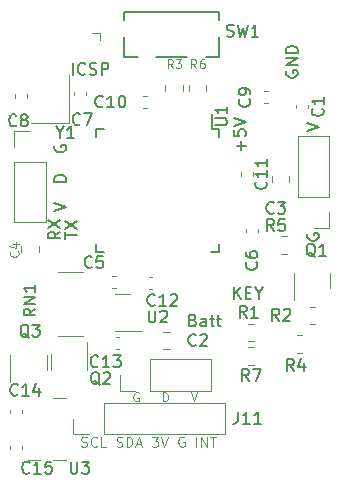
<source format=gbr>
%TF.GenerationSoftware,KiCad,Pcbnew,7.0.9-7.0.9~ubuntu23.10.1*%
%TF.CreationDate,2024-01-10T03:53:02+01:00*%
%TF.ProjectId,LED_poi,4c45445f-706f-4692-9e6b-696361645f70,A*%
%TF.SameCoordinates,Original*%
%TF.FileFunction,Legend,Top*%
%TF.FilePolarity,Positive*%
%FSLAX46Y46*%
G04 Gerber Fmt 4.6, Leading zero omitted, Abs format (unit mm)*
G04 Created by KiCad (PCBNEW 7.0.9-7.0.9~ubuntu23.10.1) date 2024-01-10 03:53:02*
%MOMM*%
%LPD*%
G01*
G04 APERTURE LIST*
%ADD10C,0.150000*%
%ADD11C,0.106250*%
%ADD12C,0.100000*%
%ADD13C,0.120000*%
%ADD14C,0.152400*%
G04 APERTURE END LIST*
D10*
X97590476Y-79454819D02*
X97590476Y-80169104D01*
X97590476Y-80169104D02*
X97542857Y-80311961D01*
X97542857Y-80311961D02*
X97447619Y-80407200D01*
X97447619Y-80407200D02*
X97304762Y-80454819D01*
X97304762Y-80454819D02*
X97209524Y-80454819D01*
X98590476Y-80454819D02*
X98019048Y-80454819D01*
X98304762Y-80454819D02*
X98304762Y-79454819D01*
X98304762Y-79454819D02*
X98209524Y-79597676D01*
X98209524Y-79597676D02*
X98114286Y-79692914D01*
X98114286Y-79692914D02*
X98019048Y-79740533D01*
X99542857Y-80454819D02*
X98971429Y-80454819D01*
X99257143Y-80454819D02*
X99257143Y-79454819D01*
X99257143Y-79454819D02*
X99161905Y-79597676D01*
X99161905Y-79597676D02*
X99066667Y-79692914D01*
X99066667Y-79692914D02*
X98971429Y-79740533D01*
D11*
X84333333Y-82347226D02*
X84454762Y-82387702D01*
X84454762Y-82387702D02*
X84657143Y-82387702D01*
X84657143Y-82387702D02*
X84738095Y-82347226D01*
X84738095Y-82347226D02*
X84778571Y-82306749D01*
X84778571Y-82306749D02*
X84819048Y-82225797D01*
X84819048Y-82225797D02*
X84819048Y-82144845D01*
X84819048Y-82144845D02*
X84778571Y-82063892D01*
X84778571Y-82063892D02*
X84738095Y-82023416D01*
X84738095Y-82023416D02*
X84657143Y-81982940D01*
X84657143Y-81982940D02*
X84495238Y-81942464D01*
X84495238Y-81942464D02*
X84414286Y-81901987D01*
X84414286Y-81901987D02*
X84373809Y-81861511D01*
X84373809Y-81861511D02*
X84333333Y-81780559D01*
X84333333Y-81780559D02*
X84333333Y-81699606D01*
X84333333Y-81699606D02*
X84373809Y-81618654D01*
X84373809Y-81618654D02*
X84414286Y-81578178D01*
X84414286Y-81578178D02*
X84495238Y-81537702D01*
X84495238Y-81537702D02*
X84697619Y-81537702D01*
X84697619Y-81537702D02*
X84819048Y-81578178D01*
X85669048Y-82306749D02*
X85628572Y-82347226D01*
X85628572Y-82347226D02*
X85507143Y-82387702D01*
X85507143Y-82387702D02*
X85426191Y-82387702D01*
X85426191Y-82387702D02*
X85304762Y-82347226D01*
X85304762Y-82347226D02*
X85223810Y-82266273D01*
X85223810Y-82266273D02*
X85183333Y-82185321D01*
X85183333Y-82185321D02*
X85142857Y-82023416D01*
X85142857Y-82023416D02*
X85142857Y-81901987D01*
X85142857Y-81901987D02*
X85183333Y-81740083D01*
X85183333Y-81740083D02*
X85223810Y-81659130D01*
X85223810Y-81659130D02*
X85304762Y-81578178D01*
X85304762Y-81578178D02*
X85426191Y-81537702D01*
X85426191Y-81537702D02*
X85507143Y-81537702D01*
X85507143Y-81537702D02*
X85628572Y-81578178D01*
X85628572Y-81578178D02*
X85669048Y-81618654D01*
X86438095Y-82387702D02*
X86033333Y-82387702D01*
X86033333Y-82387702D02*
X86033333Y-81537702D01*
X87328571Y-82347226D02*
X87450000Y-82387702D01*
X87450000Y-82387702D02*
X87652381Y-82387702D01*
X87652381Y-82387702D02*
X87733333Y-82347226D01*
X87733333Y-82347226D02*
X87773809Y-82306749D01*
X87773809Y-82306749D02*
X87814286Y-82225797D01*
X87814286Y-82225797D02*
X87814286Y-82144845D01*
X87814286Y-82144845D02*
X87773809Y-82063892D01*
X87773809Y-82063892D02*
X87733333Y-82023416D01*
X87733333Y-82023416D02*
X87652381Y-81982940D01*
X87652381Y-81982940D02*
X87490476Y-81942464D01*
X87490476Y-81942464D02*
X87409524Y-81901987D01*
X87409524Y-81901987D02*
X87369047Y-81861511D01*
X87369047Y-81861511D02*
X87328571Y-81780559D01*
X87328571Y-81780559D02*
X87328571Y-81699606D01*
X87328571Y-81699606D02*
X87369047Y-81618654D01*
X87369047Y-81618654D02*
X87409524Y-81578178D01*
X87409524Y-81578178D02*
X87490476Y-81537702D01*
X87490476Y-81537702D02*
X87692857Y-81537702D01*
X87692857Y-81537702D02*
X87814286Y-81578178D01*
X88178571Y-82387702D02*
X88178571Y-81537702D01*
X88178571Y-81537702D02*
X88380952Y-81537702D01*
X88380952Y-81537702D02*
X88502381Y-81578178D01*
X88502381Y-81578178D02*
X88583333Y-81659130D01*
X88583333Y-81659130D02*
X88623810Y-81740083D01*
X88623810Y-81740083D02*
X88664286Y-81901987D01*
X88664286Y-81901987D02*
X88664286Y-82023416D01*
X88664286Y-82023416D02*
X88623810Y-82185321D01*
X88623810Y-82185321D02*
X88583333Y-82266273D01*
X88583333Y-82266273D02*
X88502381Y-82347226D01*
X88502381Y-82347226D02*
X88380952Y-82387702D01*
X88380952Y-82387702D02*
X88178571Y-82387702D01*
X88988095Y-82144845D02*
X89392857Y-82144845D01*
X88907143Y-82387702D02*
X89190476Y-81537702D01*
X89190476Y-81537702D02*
X89473810Y-82387702D01*
X90323809Y-81537702D02*
X90850000Y-81537702D01*
X90850000Y-81537702D02*
X90566666Y-81861511D01*
X90566666Y-81861511D02*
X90688095Y-81861511D01*
X90688095Y-81861511D02*
X90769047Y-81901987D01*
X90769047Y-81901987D02*
X90809523Y-81942464D01*
X90809523Y-81942464D02*
X90850000Y-82023416D01*
X90850000Y-82023416D02*
X90850000Y-82225797D01*
X90850000Y-82225797D02*
X90809523Y-82306749D01*
X90809523Y-82306749D02*
X90769047Y-82347226D01*
X90769047Y-82347226D02*
X90688095Y-82387702D01*
X90688095Y-82387702D02*
X90445238Y-82387702D01*
X90445238Y-82387702D02*
X90364285Y-82347226D01*
X90364285Y-82347226D02*
X90323809Y-82306749D01*
X91092857Y-81537702D02*
X91376190Y-82387702D01*
X91376190Y-82387702D02*
X91659524Y-81537702D01*
X93035714Y-81578178D02*
X92954761Y-81537702D01*
X92954761Y-81537702D02*
X92833333Y-81537702D01*
X92833333Y-81537702D02*
X92711904Y-81578178D01*
X92711904Y-81578178D02*
X92630952Y-81659130D01*
X92630952Y-81659130D02*
X92590475Y-81740083D01*
X92590475Y-81740083D02*
X92549999Y-81901987D01*
X92549999Y-81901987D02*
X92549999Y-82023416D01*
X92549999Y-82023416D02*
X92590475Y-82185321D01*
X92590475Y-82185321D02*
X92630952Y-82266273D01*
X92630952Y-82266273D02*
X92711904Y-82347226D01*
X92711904Y-82347226D02*
X92833333Y-82387702D01*
X92833333Y-82387702D02*
X92914285Y-82387702D01*
X92914285Y-82387702D02*
X93035714Y-82347226D01*
X93035714Y-82347226D02*
X93076190Y-82306749D01*
X93076190Y-82306749D02*
X93076190Y-82023416D01*
X93076190Y-82023416D02*
X92914285Y-82023416D01*
X94088094Y-82387702D02*
X94088094Y-81537702D01*
X94492856Y-82387702D02*
X94492856Y-81537702D01*
X94492856Y-81537702D02*
X94978571Y-82387702D01*
X94978571Y-82387702D02*
X94978571Y-81537702D01*
X95261904Y-81537702D02*
X95747618Y-81537702D01*
X95504761Y-82387702D02*
X95504761Y-81537702D01*
D10*
X78833333Y-55159580D02*
X78785714Y-55207200D01*
X78785714Y-55207200D02*
X78642857Y-55254819D01*
X78642857Y-55254819D02*
X78547619Y-55254819D01*
X78547619Y-55254819D02*
X78404762Y-55207200D01*
X78404762Y-55207200D02*
X78309524Y-55111961D01*
X78309524Y-55111961D02*
X78261905Y-55016723D01*
X78261905Y-55016723D02*
X78214286Y-54826247D01*
X78214286Y-54826247D02*
X78214286Y-54683390D01*
X78214286Y-54683390D02*
X78261905Y-54492914D01*
X78261905Y-54492914D02*
X78309524Y-54397676D01*
X78309524Y-54397676D02*
X78404762Y-54302438D01*
X78404762Y-54302438D02*
X78547619Y-54254819D01*
X78547619Y-54254819D02*
X78642857Y-54254819D01*
X78642857Y-54254819D02*
X78785714Y-54302438D01*
X78785714Y-54302438D02*
X78833333Y-54350057D01*
X79404762Y-54683390D02*
X79309524Y-54635771D01*
X79309524Y-54635771D02*
X79261905Y-54588152D01*
X79261905Y-54588152D02*
X79214286Y-54492914D01*
X79214286Y-54492914D02*
X79214286Y-54445295D01*
X79214286Y-54445295D02*
X79261905Y-54350057D01*
X79261905Y-54350057D02*
X79309524Y-54302438D01*
X79309524Y-54302438D02*
X79404762Y-54254819D01*
X79404762Y-54254819D02*
X79595238Y-54254819D01*
X79595238Y-54254819D02*
X79690476Y-54302438D01*
X79690476Y-54302438D02*
X79738095Y-54350057D01*
X79738095Y-54350057D02*
X79785714Y-54445295D01*
X79785714Y-54445295D02*
X79785714Y-54492914D01*
X79785714Y-54492914D02*
X79738095Y-54588152D01*
X79738095Y-54588152D02*
X79690476Y-54635771D01*
X79690476Y-54635771D02*
X79595238Y-54683390D01*
X79595238Y-54683390D02*
X79404762Y-54683390D01*
X79404762Y-54683390D02*
X79309524Y-54731009D01*
X79309524Y-54731009D02*
X79261905Y-54778628D01*
X79261905Y-54778628D02*
X79214286Y-54873866D01*
X79214286Y-54873866D02*
X79214286Y-55064342D01*
X79214286Y-55064342D02*
X79261905Y-55159580D01*
X79261905Y-55159580D02*
X79309524Y-55207200D01*
X79309524Y-55207200D02*
X79404762Y-55254819D01*
X79404762Y-55254819D02*
X79595238Y-55254819D01*
X79595238Y-55254819D02*
X79690476Y-55207200D01*
X79690476Y-55207200D02*
X79738095Y-55159580D01*
X79738095Y-55159580D02*
X79785714Y-55064342D01*
X79785714Y-55064342D02*
X79785714Y-54873866D01*
X79785714Y-54873866D02*
X79738095Y-54778628D01*
X79738095Y-54778628D02*
X79690476Y-54731009D01*
X79690476Y-54731009D02*
X79595238Y-54683390D01*
X85904761Y-77150057D02*
X85809523Y-77102438D01*
X85809523Y-77102438D02*
X85714285Y-77007200D01*
X85714285Y-77007200D02*
X85571428Y-76864342D01*
X85571428Y-76864342D02*
X85476190Y-76816723D01*
X85476190Y-76816723D02*
X85380952Y-76816723D01*
X85428571Y-77054819D02*
X85333333Y-77007200D01*
X85333333Y-77007200D02*
X85238095Y-76911961D01*
X85238095Y-76911961D02*
X85190476Y-76721485D01*
X85190476Y-76721485D02*
X85190476Y-76388152D01*
X85190476Y-76388152D02*
X85238095Y-76197676D01*
X85238095Y-76197676D02*
X85333333Y-76102438D01*
X85333333Y-76102438D02*
X85428571Y-76054819D01*
X85428571Y-76054819D02*
X85619047Y-76054819D01*
X85619047Y-76054819D02*
X85714285Y-76102438D01*
X85714285Y-76102438D02*
X85809523Y-76197676D01*
X85809523Y-76197676D02*
X85857142Y-76388152D01*
X85857142Y-76388152D02*
X85857142Y-76721485D01*
X85857142Y-76721485D02*
X85809523Y-76911961D01*
X85809523Y-76911961D02*
X85714285Y-77007200D01*
X85714285Y-77007200D02*
X85619047Y-77054819D01*
X85619047Y-77054819D02*
X85428571Y-77054819D01*
X86238095Y-76150057D02*
X86285714Y-76102438D01*
X86285714Y-76102438D02*
X86380952Y-76054819D01*
X86380952Y-76054819D02*
X86619047Y-76054819D01*
X86619047Y-76054819D02*
X86714285Y-76102438D01*
X86714285Y-76102438D02*
X86761904Y-76150057D01*
X86761904Y-76150057D02*
X86809523Y-76245295D01*
X86809523Y-76245295D02*
X86809523Y-76340533D01*
X86809523Y-76340533D02*
X86761904Y-76483390D01*
X86761904Y-76483390D02*
X86190476Y-77054819D01*
X86190476Y-77054819D02*
X86809523Y-77054819D01*
X100633333Y-62559580D02*
X100585714Y-62607200D01*
X100585714Y-62607200D02*
X100442857Y-62654819D01*
X100442857Y-62654819D02*
X100347619Y-62654819D01*
X100347619Y-62654819D02*
X100204762Y-62607200D01*
X100204762Y-62607200D02*
X100109524Y-62511961D01*
X100109524Y-62511961D02*
X100061905Y-62416723D01*
X100061905Y-62416723D02*
X100014286Y-62226247D01*
X100014286Y-62226247D02*
X100014286Y-62083390D01*
X100014286Y-62083390D02*
X100061905Y-61892914D01*
X100061905Y-61892914D02*
X100109524Y-61797676D01*
X100109524Y-61797676D02*
X100204762Y-61702438D01*
X100204762Y-61702438D02*
X100347619Y-61654819D01*
X100347619Y-61654819D02*
X100442857Y-61654819D01*
X100442857Y-61654819D02*
X100585714Y-61702438D01*
X100585714Y-61702438D02*
X100633333Y-61750057D01*
X100966667Y-61654819D02*
X101585714Y-61654819D01*
X101585714Y-61654819D02*
X101252381Y-62035771D01*
X101252381Y-62035771D02*
X101395238Y-62035771D01*
X101395238Y-62035771D02*
X101490476Y-62083390D01*
X101490476Y-62083390D02*
X101538095Y-62131009D01*
X101538095Y-62131009D02*
X101585714Y-62226247D01*
X101585714Y-62226247D02*
X101585714Y-62464342D01*
X101585714Y-62464342D02*
X101538095Y-62559580D01*
X101538095Y-62559580D02*
X101490476Y-62607200D01*
X101490476Y-62607200D02*
X101395238Y-62654819D01*
X101395238Y-62654819D02*
X101109524Y-62654819D01*
X101109524Y-62654819D02*
X101014286Y-62607200D01*
X101014286Y-62607200D02*
X100966667Y-62559580D01*
X80454819Y-70690476D02*
X79978628Y-71023809D01*
X80454819Y-71261904D02*
X79454819Y-71261904D01*
X79454819Y-71261904D02*
X79454819Y-70880952D01*
X79454819Y-70880952D02*
X79502438Y-70785714D01*
X79502438Y-70785714D02*
X79550057Y-70738095D01*
X79550057Y-70738095D02*
X79645295Y-70690476D01*
X79645295Y-70690476D02*
X79788152Y-70690476D01*
X79788152Y-70690476D02*
X79883390Y-70738095D01*
X79883390Y-70738095D02*
X79931009Y-70785714D01*
X79931009Y-70785714D02*
X79978628Y-70880952D01*
X79978628Y-70880952D02*
X79978628Y-71261904D01*
X80454819Y-70261904D02*
X79454819Y-70261904D01*
X79454819Y-70261904D02*
X80454819Y-69690476D01*
X80454819Y-69690476D02*
X79454819Y-69690476D01*
X80454819Y-68690476D02*
X80454819Y-69261904D01*
X80454819Y-68976190D02*
X79454819Y-68976190D01*
X79454819Y-68976190D02*
X79597676Y-69071428D01*
X79597676Y-69071428D02*
X79692914Y-69166666D01*
X79692914Y-69166666D02*
X79740533Y-69261904D01*
X97873866Y-57285713D02*
X97873866Y-56523809D01*
X98254819Y-56904761D02*
X97492914Y-56904761D01*
X97254819Y-55571428D02*
X97254819Y-56047618D01*
X97254819Y-56047618D02*
X97731009Y-56095237D01*
X97731009Y-56095237D02*
X97683390Y-56047618D01*
X97683390Y-56047618D02*
X97635771Y-55952380D01*
X97635771Y-55952380D02*
X97635771Y-55714285D01*
X97635771Y-55714285D02*
X97683390Y-55619047D01*
X97683390Y-55619047D02*
X97731009Y-55571428D01*
X97731009Y-55571428D02*
X97826247Y-55523809D01*
X97826247Y-55523809D02*
X98064342Y-55523809D01*
X98064342Y-55523809D02*
X98159580Y-55571428D01*
X98159580Y-55571428D02*
X98207200Y-55619047D01*
X98207200Y-55619047D02*
X98254819Y-55714285D01*
X98254819Y-55714285D02*
X98254819Y-55952380D01*
X98254819Y-55952380D02*
X98207200Y-56047618D01*
X98207200Y-56047618D02*
X98159580Y-56095237D01*
X97254819Y-55238094D02*
X98254819Y-54904761D01*
X98254819Y-54904761D02*
X97254819Y-54571428D01*
X101702438Y-50561904D02*
X101654819Y-50657142D01*
X101654819Y-50657142D02*
X101654819Y-50799999D01*
X101654819Y-50799999D02*
X101702438Y-50942856D01*
X101702438Y-50942856D02*
X101797676Y-51038094D01*
X101797676Y-51038094D02*
X101892914Y-51085713D01*
X101892914Y-51085713D02*
X102083390Y-51133332D01*
X102083390Y-51133332D02*
X102226247Y-51133332D01*
X102226247Y-51133332D02*
X102416723Y-51085713D01*
X102416723Y-51085713D02*
X102511961Y-51038094D01*
X102511961Y-51038094D02*
X102607200Y-50942856D01*
X102607200Y-50942856D02*
X102654819Y-50799999D01*
X102654819Y-50799999D02*
X102654819Y-50704761D01*
X102654819Y-50704761D02*
X102607200Y-50561904D01*
X102607200Y-50561904D02*
X102559580Y-50514285D01*
X102559580Y-50514285D02*
X102226247Y-50514285D01*
X102226247Y-50514285D02*
X102226247Y-50704761D01*
X102654819Y-50085713D02*
X101654819Y-50085713D01*
X101654819Y-50085713D02*
X102654819Y-49514285D01*
X102654819Y-49514285D02*
X101654819Y-49514285D01*
X102654819Y-49038094D02*
X101654819Y-49038094D01*
X101654819Y-49038094D02*
X101654819Y-48799999D01*
X101654819Y-48799999D02*
X101702438Y-48657142D01*
X101702438Y-48657142D02*
X101797676Y-48561904D01*
X101797676Y-48561904D02*
X101892914Y-48514285D01*
X101892914Y-48514285D02*
X102083390Y-48466666D01*
X102083390Y-48466666D02*
X102226247Y-48466666D01*
X102226247Y-48466666D02*
X102416723Y-48514285D01*
X102416723Y-48514285D02*
X102511961Y-48561904D01*
X102511961Y-48561904D02*
X102607200Y-48657142D01*
X102607200Y-48657142D02*
X102654819Y-48799999D01*
X102654819Y-48799999D02*
X102654819Y-49038094D01*
X96666667Y-47607200D02*
X96809524Y-47654819D01*
X96809524Y-47654819D02*
X97047619Y-47654819D01*
X97047619Y-47654819D02*
X97142857Y-47607200D01*
X97142857Y-47607200D02*
X97190476Y-47559580D01*
X97190476Y-47559580D02*
X97238095Y-47464342D01*
X97238095Y-47464342D02*
X97238095Y-47369104D01*
X97238095Y-47369104D02*
X97190476Y-47273866D01*
X97190476Y-47273866D02*
X97142857Y-47226247D01*
X97142857Y-47226247D02*
X97047619Y-47178628D01*
X97047619Y-47178628D02*
X96857143Y-47131009D01*
X96857143Y-47131009D02*
X96761905Y-47083390D01*
X96761905Y-47083390D02*
X96714286Y-47035771D01*
X96714286Y-47035771D02*
X96666667Y-46940533D01*
X96666667Y-46940533D02*
X96666667Y-46845295D01*
X96666667Y-46845295D02*
X96714286Y-46750057D01*
X96714286Y-46750057D02*
X96761905Y-46702438D01*
X96761905Y-46702438D02*
X96857143Y-46654819D01*
X96857143Y-46654819D02*
X97095238Y-46654819D01*
X97095238Y-46654819D02*
X97238095Y-46702438D01*
X97571429Y-46654819D02*
X97809524Y-47654819D01*
X97809524Y-47654819D02*
X98000000Y-46940533D01*
X98000000Y-46940533D02*
X98190476Y-47654819D01*
X98190476Y-47654819D02*
X98428572Y-46654819D01*
X99333333Y-47654819D02*
X98761905Y-47654819D01*
X99047619Y-47654819D02*
X99047619Y-46654819D01*
X99047619Y-46654819D02*
X98952381Y-46797676D01*
X98952381Y-46797676D02*
X98857143Y-46892914D01*
X98857143Y-46892914D02*
X98761905Y-46940533D01*
X104759580Y-53766666D02*
X104807200Y-53814285D01*
X104807200Y-53814285D02*
X104854819Y-53957142D01*
X104854819Y-53957142D02*
X104854819Y-54052380D01*
X104854819Y-54052380D02*
X104807200Y-54195237D01*
X104807200Y-54195237D02*
X104711961Y-54290475D01*
X104711961Y-54290475D02*
X104616723Y-54338094D01*
X104616723Y-54338094D02*
X104426247Y-54385713D01*
X104426247Y-54385713D02*
X104283390Y-54385713D01*
X104283390Y-54385713D02*
X104092914Y-54338094D01*
X104092914Y-54338094D02*
X103997676Y-54290475D01*
X103997676Y-54290475D02*
X103902438Y-54195237D01*
X103902438Y-54195237D02*
X103854819Y-54052380D01*
X103854819Y-54052380D02*
X103854819Y-53957142D01*
X103854819Y-53957142D02*
X103902438Y-53814285D01*
X103902438Y-53814285D02*
X103950057Y-53766666D01*
X104854819Y-52814285D02*
X104854819Y-53385713D01*
X104854819Y-53099999D02*
X103854819Y-53099999D01*
X103854819Y-53099999D02*
X103997676Y-53195237D01*
X103997676Y-53195237D02*
X104092914Y-53290475D01*
X104092914Y-53290475D02*
X104140533Y-53385713D01*
X100645833Y-64104819D02*
X100312500Y-63628628D01*
X100074405Y-64104819D02*
X100074405Y-63104819D01*
X100074405Y-63104819D02*
X100455357Y-63104819D01*
X100455357Y-63104819D02*
X100550595Y-63152438D01*
X100550595Y-63152438D02*
X100598214Y-63200057D01*
X100598214Y-63200057D02*
X100645833Y-63295295D01*
X100645833Y-63295295D02*
X100645833Y-63438152D01*
X100645833Y-63438152D02*
X100598214Y-63533390D01*
X100598214Y-63533390D02*
X100550595Y-63581009D01*
X100550595Y-63581009D02*
X100455357Y-63628628D01*
X100455357Y-63628628D02*
X100074405Y-63628628D01*
X101550595Y-63104819D02*
X101074405Y-63104819D01*
X101074405Y-63104819D02*
X101026786Y-63581009D01*
X101026786Y-63581009D02*
X101074405Y-63533390D01*
X101074405Y-63533390D02*
X101169643Y-63485771D01*
X101169643Y-63485771D02*
X101407738Y-63485771D01*
X101407738Y-63485771D02*
X101502976Y-63533390D01*
X101502976Y-63533390D02*
X101550595Y-63581009D01*
X101550595Y-63581009D02*
X101598214Y-63676247D01*
X101598214Y-63676247D02*
X101598214Y-63914342D01*
X101598214Y-63914342D02*
X101550595Y-64009580D01*
X101550595Y-64009580D02*
X101502976Y-64057200D01*
X101502976Y-64057200D02*
X101407738Y-64104819D01*
X101407738Y-64104819D02*
X101169643Y-64104819D01*
X101169643Y-64104819D02*
X101074405Y-64057200D01*
X101074405Y-64057200D02*
X101026786Y-64009580D01*
X94033333Y-73759580D02*
X93985714Y-73807200D01*
X93985714Y-73807200D02*
X93842857Y-73854819D01*
X93842857Y-73854819D02*
X93747619Y-73854819D01*
X93747619Y-73854819D02*
X93604762Y-73807200D01*
X93604762Y-73807200D02*
X93509524Y-73711961D01*
X93509524Y-73711961D02*
X93461905Y-73616723D01*
X93461905Y-73616723D02*
X93414286Y-73426247D01*
X93414286Y-73426247D02*
X93414286Y-73283390D01*
X93414286Y-73283390D02*
X93461905Y-73092914D01*
X93461905Y-73092914D02*
X93509524Y-72997676D01*
X93509524Y-72997676D02*
X93604762Y-72902438D01*
X93604762Y-72902438D02*
X93747619Y-72854819D01*
X93747619Y-72854819D02*
X93842857Y-72854819D01*
X93842857Y-72854819D02*
X93985714Y-72902438D01*
X93985714Y-72902438D02*
X94033333Y-72950057D01*
X94414286Y-72950057D02*
X94461905Y-72902438D01*
X94461905Y-72902438D02*
X94557143Y-72854819D01*
X94557143Y-72854819D02*
X94795238Y-72854819D01*
X94795238Y-72854819D02*
X94890476Y-72902438D01*
X94890476Y-72902438D02*
X94938095Y-72950057D01*
X94938095Y-72950057D02*
X94985714Y-73045295D01*
X94985714Y-73045295D02*
X94985714Y-73140533D01*
X94985714Y-73140533D02*
X94938095Y-73283390D01*
X94938095Y-73283390D02*
X94366667Y-73854819D01*
X94366667Y-73854819D02*
X94985714Y-73854819D01*
X85233333Y-67159580D02*
X85185714Y-67207200D01*
X85185714Y-67207200D02*
X85042857Y-67254819D01*
X85042857Y-67254819D02*
X84947619Y-67254819D01*
X84947619Y-67254819D02*
X84804762Y-67207200D01*
X84804762Y-67207200D02*
X84709524Y-67111961D01*
X84709524Y-67111961D02*
X84661905Y-67016723D01*
X84661905Y-67016723D02*
X84614286Y-66826247D01*
X84614286Y-66826247D02*
X84614286Y-66683390D01*
X84614286Y-66683390D02*
X84661905Y-66492914D01*
X84661905Y-66492914D02*
X84709524Y-66397676D01*
X84709524Y-66397676D02*
X84804762Y-66302438D01*
X84804762Y-66302438D02*
X84947619Y-66254819D01*
X84947619Y-66254819D02*
X85042857Y-66254819D01*
X85042857Y-66254819D02*
X85185714Y-66302438D01*
X85185714Y-66302438D02*
X85233333Y-66350057D01*
X86138095Y-66254819D02*
X85661905Y-66254819D01*
X85661905Y-66254819D02*
X85614286Y-66731009D01*
X85614286Y-66731009D02*
X85661905Y-66683390D01*
X85661905Y-66683390D02*
X85757143Y-66635771D01*
X85757143Y-66635771D02*
X85995238Y-66635771D01*
X85995238Y-66635771D02*
X86090476Y-66683390D01*
X86090476Y-66683390D02*
X86138095Y-66731009D01*
X86138095Y-66731009D02*
X86185714Y-66826247D01*
X86185714Y-66826247D02*
X86185714Y-67064342D01*
X86185714Y-67064342D02*
X86138095Y-67159580D01*
X86138095Y-67159580D02*
X86090476Y-67207200D01*
X86090476Y-67207200D02*
X85995238Y-67254819D01*
X85995238Y-67254819D02*
X85757143Y-67254819D01*
X85757143Y-67254819D02*
X85661905Y-67207200D01*
X85661905Y-67207200D02*
X85614286Y-67159580D01*
D12*
X94074999Y-50341764D02*
X93824999Y-49984621D01*
X93646428Y-50341764D02*
X93646428Y-49591764D01*
X93646428Y-49591764D02*
X93932142Y-49591764D01*
X93932142Y-49591764D02*
X94003571Y-49627478D01*
X94003571Y-49627478D02*
X94039285Y-49663192D01*
X94039285Y-49663192D02*
X94074999Y-49734621D01*
X94074999Y-49734621D02*
X94074999Y-49841764D01*
X94074999Y-49841764D02*
X94039285Y-49913192D01*
X94039285Y-49913192D02*
X94003571Y-49948907D01*
X94003571Y-49948907D02*
X93932142Y-49984621D01*
X93932142Y-49984621D02*
X93646428Y-49984621D01*
X94717857Y-49591764D02*
X94574999Y-49591764D01*
X94574999Y-49591764D02*
X94503571Y-49627478D01*
X94503571Y-49627478D02*
X94467857Y-49663192D01*
X94467857Y-49663192D02*
X94396428Y-49770335D01*
X94396428Y-49770335D02*
X94360714Y-49913192D01*
X94360714Y-49913192D02*
X94360714Y-50198907D01*
X94360714Y-50198907D02*
X94396428Y-50270335D01*
X94396428Y-50270335D02*
X94432142Y-50306050D01*
X94432142Y-50306050D02*
X94503571Y-50341764D01*
X94503571Y-50341764D02*
X94646428Y-50341764D01*
X94646428Y-50341764D02*
X94717857Y-50306050D01*
X94717857Y-50306050D02*
X94753571Y-50270335D01*
X94753571Y-50270335D02*
X94789285Y-50198907D01*
X94789285Y-50198907D02*
X94789285Y-50020335D01*
X94789285Y-50020335D02*
X94753571Y-49948907D01*
X94753571Y-49948907D02*
X94717857Y-49913192D01*
X94717857Y-49913192D02*
X94646428Y-49877478D01*
X94646428Y-49877478D02*
X94503571Y-49877478D01*
X94503571Y-49877478D02*
X94432142Y-49913192D01*
X94432142Y-49913192D02*
X94396428Y-49948907D01*
X94396428Y-49948907D02*
X94360714Y-50020335D01*
D10*
X82523809Y-55778628D02*
X82523809Y-56254819D01*
X82190476Y-55254819D02*
X82523809Y-55778628D01*
X82523809Y-55778628D02*
X82857142Y-55254819D01*
X83714285Y-56254819D02*
X83142857Y-56254819D01*
X83428571Y-56254819D02*
X83428571Y-55254819D01*
X83428571Y-55254819D02*
X83333333Y-55397676D01*
X83333333Y-55397676D02*
X83238095Y-55492914D01*
X83238095Y-55492914D02*
X83142857Y-55540533D01*
X104154761Y-66300057D02*
X104059523Y-66252438D01*
X104059523Y-66252438D02*
X103964285Y-66157200D01*
X103964285Y-66157200D02*
X103821428Y-66014342D01*
X103821428Y-66014342D02*
X103726190Y-65966723D01*
X103726190Y-65966723D02*
X103630952Y-65966723D01*
X103678571Y-66204819D02*
X103583333Y-66157200D01*
X103583333Y-66157200D02*
X103488095Y-66061961D01*
X103488095Y-66061961D02*
X103440476Y-65871485D01*
X103440476Y-65871485D02*
X103440476Y-65538152D01*
X103440476Y-65538152D02*
X103488095Y-65347676D01*
X103488095Y-65347676D02*
X103583333Y-65252438D01*
X103583333Y-65252438D02*
X103678571Y-65204819D01*
X103678571Y-65204819D02*
X103869047Y-65204819D01*
X103869047Y-65204819D02*
X103964285Y-65252438D01*
X103964285Y-65252438D02*
X104059523Y-65347676D01*
X104059523Y-65347676D02*
X104107142Y-65538152D01*
X104107142Y-65538152D02*
X104107142Y-65871485D01*
X104107142Y-65871485D02*
X104059523Y-66061961D01*
X104059523Y-66061961D02*
X103964285Y-66157200D01*
X103964285Y-66157200D02*
X103869047Y-66204819D01*
X103869047Y-66204819D02*
X103678571Y-66204819D01*
X105059523Y-66204819D02*
X104488095Y-66204819D01*
X104773809Y-66204819D02*
X104773809Y-65204819D01*
X104773809Y-65204819D02*
X104678571Y-65347676D01*
X104678571Y-65347676D02*
X104583333Y-65442914D01*
X104583333Y-65442914D02*
X104488095Y-65490533D01*
D12*
X92074999Y-50341764D02*
X91824999Y-49984621D01*
X91646428Y-50341764D02*
X91646428Y-49591764D01*
X91646428Y-49591764D02*
X91932142Y-49591764D01*
X91932142Y-49591764D02*
X92003571Y-49627478D01*
X92003571Y-49627478D02*
X92039285Y-49663192D01*
X92039285Y-49663192D02*
X92074999Y-49734621D01*
X92074999Y-49734621D02*
X92074999Y-49841764D01*
X92074999Y-49841764D02*
X92039285Y-49913192D01*
X92039285Y-49913192D02*
X92003571Y-49948907D01*
X92003571Y-49948907D02*
X91932142Y-49984621D01*
X91932142Y-49984621D02*
X91646428Y-49984621D01*
X92324999Y-49591764D02*
X92789285Y-49591764D01*
X92789285Y-49591764D02*
X92539285Y-49877478D01*
X92539285Y-49877478D02*
X92646428Y-49877478D01*
X92646428Y-49877478D02*
X92717857Y-49913192D01*
X92717857Y-49913192D02*
X92753571Y-49948907D01*
X92753571Y-49948907D02*
X92789285Y-50020335D01*
X92789285Y-50020335D02*
X92789285Y-50198907D01*
X92789285Y-50198907D02*
X92753571Y-50270335D01*
X92753571Y-50270335D02*
X92717857Y-50306050D01*
X92717857Y-50306050D02*
X92646428Y-50341764D01*
X92646428Y-50341764D02*
X92432142Y-50341764D01*
X92432142Y-50341764D02*
X92360714Y-50306050D01*
X92360714Y-50306050D02*
X92324999Y-50270335D01*
X89185713Y-77827478D02*
X89114285Y-77791764D01*
X89114285Y-77791764D02*
X89007142Y-77791764D01*
X89007142Y-77791764D02*
X88899999Y-77827478D01*
X88899999Y-77827478D02*
X88828570Y-77898907D01*
X88828570Y-77898907D02*
X88792856Y-77970335D01*
X88792856Y-77970335D02*
X88757142Y-78113192D01*
X88757142Y-78113192D02*
X88757142Y-78220335D01*
X88757142Y-78220335D02*
X88792856Y-78363192D01*
X88792856Y-78363192D02*
X88828570Y-78434621D01*
X88828570Y-78434621D02*
X88899999Y-78506050D01*
X88899999Y-78506050D02*
X89007142Y-78541764D01*
X89007142Y-78541764D02*
X89078570Y-78541764D01*
X89078570Y-78541764D02*
X89185713Y-78506050D01*
X89185713Y-78506050D02*
X89221427Y-78470335D01*
X89221427Y-78470335D02*
X89221427Y-78220335D01*
X89221427Y-78220335D02*
X89078570Y-78220335D01*
X91257143Y-78541764D02*
X91257143Y-77791764D01*
X91257143Y-77791764D02*
X91435714Y-77791764D01*
X91435714Y-77791764D02*
X91542857Y-77827478D01*
X91542857Y-77827478D02*
X91614286Y-77898907D01*
X91614286Y-77898907D02*
X91650000Y-77970335D01*
X91650000Y-77970335D02*
X91685714Y-78113192D01*
X91685714Y-78113192D02*
X91685714Y-78220335D01*
X91685714Y-78220335D02*
X91650000Y-78363192D01*
X91650000Y-78363192D02*
X91614286Y-78434621D01*
X91614286Y-78434621D02*
X91542857Y-78506050D01*
X91542857Y-78506050D02*
X91435714Y-78541764D01*
X91435714Y-78541764D02*
X91257143Y-78541764D01*
X93614287Y-77791764D02*
X93864287Y-78541764D01*
X93864287Y-78541764D02*
X94114287Y-77791764D01*
D10*
X95654819Y-55161904D02*
X96464342Y-55161904D01*
X96464342Y-55161904D02*
X96559580Y-55114285D01*
X96559580Y-55114285D02*
X96607200Y-55066666D01*
X96607200Y-55066666D02*
X96654819Y-54971428D01*
X96654819Y-54971428D02*
X96654819Y-54780952D01*
X96654819Y-54780952D02*
X96607200Y-54685714D01*
X96607200Y-54685714D02*
X96559580Y-54638095D01*
X96559580Y-54638095D02*
X96464342Y-54590476D01*
X96464342Y-54590476D02*
X95654819Y-54590476D01*
X96654819Y-53590476D02*
X96654819Y-54161904D01*
X96654819Y-53876190D02*
X95654819Y-53876190D01*
X95654819Y-53876190D02*
X95797676Y-53971428D01*
X95797676Y-53971428D02*
X95892914Y-54066666D01*
X95892914Y-54066666D02*
X95940533Y-54161904D01*
X82054819Y-62457142D02*
X83054819Y-62123809D01*
X83054819Y-62123809D02*
X82054819Y-61790476D01*
X83054819Y-59933332D02*
X82054819Y-59933332D01*
X82054819Y-59933332D02*
X82054819Y-59695237D01*
X82054819Y-59695237D02*
X82102438Y-59552380D01*
X82102438Y-59552380D02*
X82197676Y-59457142D01*
X82197676Y-59457142D02*
X82292914Y-59409523D01*
X82292914Y-59409523D02*
X82483390Y-59361904D01*
X82483390Y-59361904D02*
X82626247Y-59361904D01*
X82626247Y-59361904D02*
X82816723Y-59409523D01*
X82816723Y-59409523D02*
X82911961Y-59457142D01*
X82911961Y-59457142D02*
X83007200Y-59552380D01*
X83007200Y-59552380D02*
X83054819Y-59695237D01*
X83054819Y-59695237D02*
X83054819Y-59933332D01*
X82102438Y-56885713D02*
X82054819Y-56980951D01*
X82054819Y-56980951D02*
X82054819Y-57123808D01*
X82054819Y-57123808D02*
X82102438Y-57266665D01*
X82102438Y-57266665D02*
X82197676Y-57361903D01*
X82197676Y-57361903D02*
X82292914Y-57409522D01*
X82292914Y-57409522D02*
X82483390Y-57457141D01*
X82483390Y-57457141D02*
X82626247Y-57457141D01*
X82626247Y-57457141D02*
X82816723Y-57409522D01*
X82816723Y-57409522D02*
X82911961Y-57361903D01*
X82911961Y-57361903D02*
X83007200Y-57266665D01*
X83007200Y-57266665D02*
X83054819Y-57123808D01*
X83054819Y-57123808D02*
X83054819Y-57028570D01*
X83054819Y-57028570D02*
X83007200Y-56885713D01*
X83007200Y-56885713D02*
X82959580Y-56838094D01*
X82959580Y-56838094D02*
X82626247Y-56838094D01*
X82626247Y-56838094D02*
X82626247Y-57028570D01*
X97257143Y-69854819D02*
X97257143Y-68854819D01*
X97828571Y-69854819D02*
X97400000Y-69283390D01*
X97828571Y-68854819D02*
X97257143Y-69426247D01*
X98257143Y-69331009D02*
X98590476Y-69331009D01*
X98733333Y-69854819D02*
X98257143Y-69854819D01*
X98257143Y-69854819D02*
X98257143Y-68854819D01*
X98257143Y-68854819D02*
X98733333Y-68854819D01*
X99352381Y-69378628D02*
X99352381Y-69854819D01*
X99019048Y-68854819D02*
X99352381Y-69378628D01*
X99352381Y-69378628D02*
X99685714Y-68854819D01*
X98533333Y-76804819D02*
X98200000Y-76328628D01*
X97961905Y-76804819D02*
X97961905Y-75804819D01*
X97961905Y-75804819D02*
X98342857Y-75804819D01*
X98342857Y-75804819D02*
X98438095Y-75852438D01*
X98438095Y-75852438D02*
X98485714Y-75900057D01*
X98485714Y-75900057D02*
X98533333Y-75995295D01*
X98533333Y-75995295D02*
X98533333Y-76138152D01*
X98533333Y-76138152D02*
X98485714Y-76233390D01*
X98485714Y-76233390D02*
X98438095Y-76281009D01*
X98438095Y-76281009D02*
X98342857Y-76328628D01*
X98342857Y-76328628D02*
X97961905Y-76328628D01*
X98866667Y-75804819D02*
X99533333Y-75804819D01*
X99533333Y-75804819D02*
X99104762Y-76804819D01*
X93797618Y-71681009D02*
X93940475Y-71728628D01*
X93940475Y-71728628D02*
X93988094Y-71776247D01*
X93988094Y-71776247D02*
X94035713Y-71871485D01*
X94035713Y-71871485D02*
X94035713Y-72014342D01*
X94035713Y-72014342D02*
X93988094Y-72109580D01*
X93988094Y-72109580D02*
X93940475Y-72157200D01*
X93940475Y-72157200D02*
X93845237Y-72204819D01*
X93845237Y-72204819D02*
X93464285Y-72204819D01*
X93464285Y-72204819D02*
X93464285Y-71204819D01*
X93464285Y-71204819D02*
X93797618Y-71204819D01*
X93797618Y-71204819D02*
X93892856Y-71252438D01*
X93892856Y-71252438D02*
X93940475Y-71300057D01*
X93940475Y-71300057D02*
X93988094Y-71395295D01*
X93988094Y-71395295D02*
X93988094Y-71490533D01*
X93988094Y-71490533D02*
X93940475Y-71585771D01*
X93940475Y-71585771D02*
X93892856Y-71633390D01*
X93892856Y-71633390D02*
X93797618Y-71681009D01*
X93797618Y-71681009D02*
X93464285Y-71681009D01*
X94892856Y-72204819D02*
X94892856Y-71681009D01*
X94892856Y-71681009D02*
X94845237Y-71585771D01*
X94845237Y-71585771D02*
X94749999Y-71538152D01*
X94749999Y-71538152D02*
X94559523Y-71538152D01*
X94559523Y-71538152D02*
X94464285Y-71585771D01*
X94892856Y-72157200D02*
X94797618Y-72204819D01*
X94797618Y-72204819D02*
X94559523Y-72204819D01*
X94559523Y-72204819D02*
X94464285Y-72157200D01*
X94464285Y-72157200D02*
X94416666Y-72061961D01*
X94416666Y-72061961D02*
X94416666Y-71966723D01*
X94416666Y-71966723D02*
X94464285Y-71871485D01*
X94464285Y-71871485D02*
X94559523Y-71823866D01*
X94559523Y-71823866D02*
X94797618Y-71823866D01*
X94797618Y-71823866D02*
X94892856Y-71776247D01*
X95226190Y-71538152D02*
X95607142Y-71538152D01*
X95369047Y-71204819D02*
X95369047Y-72061961D01*
X95369047Y-72061961D02*
X95416666Y-72157200D01*
X95416666Y-72157200D02*
X95511904Y-72204819D01*
X95511904Y-72204819D02*
X95607142Y-72204819D01*
X95797619Y-71538152D02*
X96178571Y-71538152D01*
X95940476Y-71204819D02*
X95940476Y-72061961D01*
X95940476Y-72061961D02*
X95988095Y-72157200D01*
X95988095Y-72157200D02*
X96083333Y-72204819D01*
X96083333Y-72204819D02*
X96178571Y-72204819D01*
X98559580Y-52966666D02*
X98607200Y-53014285D01*
X98607200Y-53014285D02*
X98654819Y-53157142D01*
X98654819Y-53157142D02*
X98654819Y-53252380D01*
X98654819Y-53252380D02*
X98607200Y-53395237D01*
X98607200Y-53395237D02*
X98511961Y-53490475D01*
X98511961Y-53490475D02*
X98416723Y-53538094D01*
X98416723Y-53538094D02*
X98226247Y-53585713D01*
X98226247Y-53585713D02*
X98083390Y-53585713D01*
X98083390Y-53585713D02*
X97892914Y-53538094D01*
X97892914Y-53538094D02*
X97797676Y-53490475D01*
X97797676Y-53490475D02*
X97702438Y-53395237D01*
X97702438Y-53395237D02*
X97654819Y-53252380D01*
X97654819Y-53252380D02*
X97654819Y-53157142D01*
X97654819Y-53157142D02*
X97702438Y-53014285D01*
X97702438Y-53014285D02*
X97750057Y-52966666D01*
X98654819Y-52490475D02*
X98654819Y-52299999D01*
X98654819Y-52299999D02*
X98607200Y-52204761D01*
X98607200Y-52204761D02*
X98559580Y-52157142D01*
X98559580Y-52157142D02*
X98416723Y-52061904D01*
X98416723Y-52061904D02*
X98226247Y-52014285D01*
X98226247Y-52014285D02*
X97845295Y-52014285D01*
X97845295Y-52014285D02*
X97750057Y-52061904D01*
X97750057Y-52061904D02*
X97702438Y-52109523D01*
X97702438Y-52109523D02*
X97654819Y-52204761D01*
X97654819Y-52204761D02*
X97654819Y-52395237D01*
X97654819Y-52395237D02*
X97702438Y-52490475D01*
X97702438Y-52490475D02*
X97750057Y-52538094D01*
X97750057Y-52538094D02*
X97845295Y-52585713D01*
X97845295Y-52585713D02*
X98083390Y-52585713D01*
X98083390Y-52585713D02*
X98178628Y-52538094D01*
X98178628Y-52538094D02*
X98226247Y-52490475D01*
X98226247Y-52490475D02*
X98273866Y-52395237D01*
X98273866Y-52395237D02*
X98273866Y-52204761D01*
X98273866Y-52204761D02*
X98226247Y-52109523D01*
X98226247Y-52109523D02*
X98178628Y-52061904D01*
X98178628Y-52061904D02*
X98083390Y-52014285D01*
X90557142Y-70359580D02*
X90509523Y-70407200D01*
X90509523Y-70407200D02*
X90366666Y-70454819D01*
X90366666Y-70454819D02*
X90271428Y-70454819D01*
X90271428Y-70454819D02*
X90128571Y-70407200D01*
X90128571Y-70407200D02*
X90033333Y-70311961D01*
X90033333Y-70311961D02*
X89985714Y-70216723D01*
X89985714Y-70216723D02*
X89938095Y-70026247D01*
X89938095Y-70026247D02*
X89938095Y-69883390D01*
X89938095Y-69883390D02*
X89985714Y-69692914D01*
X89985714Y-69692914D02*
X90033333Y-69597676D01*
X90033333Y-69597676D02*
X90128571Y-69502438D01*
X90128571Y-69502438D02*
X90271428Y-69454819D01*
X90271428Y-69454819D02*
X90366666Y-69454819D01*
X90366666Y-69454819D02*
X90509523Y-69502438D01*
X90509523Y-69502438D02*
X90557142Y-69550057D01*
X91509523Y-70454819D02*
X90938095Y-70454819D01*
X91223809Y-70454819D02*
X91223809Y-69454819D01*
X91223809Y-69454819D02*
X91128571Y-69597676D01*
X91128571Y-69597676D02*
X91033333Y-69692914D01*
X91033333Y-69692914D02*
X90938095Y-69740533D01*
X91890476Y-69550057D02*
X91938095Y-69502438D01*
X91938095Y-69502438D02*
X92033333Y-69454819D01*
X92033333Y-69454819D02*
X92271428Y-69454819D01*
X92271428Y-69454819D02*
X92366666Y-69502438D01*
X92366666Y-69502438D02*
X92414285Y-69550057D01*
X92414285Y-69550057D02*
X92461904Y-69645295D01*
X92461904Y-69645295D02*
X92461904Y-69740533D01*
X92461904Y-69740533D02*
X92414285Y-69883390D01*
X92414285Y-69883390D02*
X91842857Y-70454819D01*
X91842857Y-70454819D02*
X92461904Y-70454819D01*
X79904761Y-73150057D02*
X79809523Y-73102438D01*
X79809523Y-73102438D02*
X79714285Y-73007200D01*
X79714285Y-73007200D02*
X79571428Y-72864342D01*
X79571428Y-72864342D02*
X79476190Y-72816723D01*
X79476190Y-72816723D02*
X79380952Y-72816723D01*
X79428571Y-73054819D02*
X79333333Y-73007200D01*
X79333333Y-73007200D02*
X79238095Y-72911961D01*
X79238095Y-72911961D02*
X79190476Y-72721485D01*
X79190476Y-72721485D02*
X79190476Y-72388152D01*
X79190476Y-72388152D02*
X79238095Y-72197676D01*
X79238095Y-72197676D02*
X79333333Y-72102438D01*
X79333333Y-72102438D02*
X79428571Y-72054819D01*
X79428571Y-72054819D02*
X79619047Y-72054819D01*
X79619047Y-72054819D02*
X79714285Y-72102438D01*
X79714285Y-72102438D02*
X79809523Y-72197676D01*
X79809523Y-72197676D02*
X79857142Y-72388152D01*
X79857142Y-72388152D02*
X79857142Y-72721485D01*
X79857142Y-72721485D02*
X79809523Y-72911961D01*
X79809523Y-72911961D02*
X79714285Y-73007200D01*
X79714285Y-73007200D02*
X79619047Y-73054819D01*
X79619047Y-73054819D02*
X79428571Y-73054819D01*
X80190476Y-72054819D02*
X80809523Y-72054819D01*
X80809523Y-72054819D02*
X80476190Y-72435771D01*
X80476190Y-72435771D02*
X80619047Y-72435771D01*
X80619047Y-72435771D02*
X80714285Y-72483390D01*
X80714285Y-72483390D02*
X80761904Y-72531009D01*
X80761904Y-72531009D02*
X80809523Y-72626247D01*
X80809523Y-72626247D02*
X80809523Y-72864342D01*
X80809523Y-72864342D02*
X80761904Y-72959580D01*
X80761904Y-72959580D02*
X80714285Y-73007200D01*
X80714285Y-73007200D02*
X80619047Y-73054819D01*
X80619047Y-73054819D02*
X80333333Y-73054819D01*
X80333333Y-73054819D02*
X80238095Y-73007200D01*
X80238095Y-73007200D02*
X80190476Y-72959580D01*
X98333333Y-71454819D02*
X98000000Y-70978628D01*
X97761905Y-71454819D02*
X97761905Y-70454819D01*
X97761905Y-70454819D02*
X98142857Y-70454819D01*
X98142857Y-70454819D02*
X98238095Y-70502438D01*
X98238095Y-70502438D02*
X98285714Y-70550057D01*
X98285714Y-70550057D02*
X98333333Y-70645295D01*
X98333333Y-70645295D02*
X98333333Y-70788152D01*
X98333333Y-70788152D02*
X98285714Y-70883390D01*
X98285714Y-70883390D02*
X98238095Y-70931009D01*
X98238095Y-70931009D02*
X98142857Y-70978628D01*
X98142857Y-70978628D02*
X97761905Y-70978628D01*
X99285714Y-71454819D02*
X98714286Y-71454819D01*
X99000000Y-71454819D02*
X99000000Y-70454819D01*
X99000000Y-70454819D02*
X98904762Y-70597676D01*
X98904762Y-70597676D02*
X98809524Y-70692914D01*
X98809524Y-70692914D02*
X98714286Y-70740533D01*
X86157142Y-53559580D02*
X86109523Y-53607200D01*
X86109523Y-53607200D02*
X85966666Y-53654819D01*
X85966666Y-53654819D02*
X85871428Y-53654819D01*
X85871428Y-53654819D02*
X85728571Y-53607200D01*
X85728571Y-53607200D02*
X85633333Y-53511961D01*
X85633333Y-53511961D02*
X85585714Y-53416723D01*
X85585714Y-53416723D02*
X85538095Y-53226247D01*
X85538095Y-53226247D02*
X85538095Y-53083390D01*
X85538095Y-53083390D02*
X85585714Y-52892914D01*
X85585714Y-52892914D02*
X85633333Y-52797676D01*
X85633333Y-52797676D02*
X85728571Y-52702438D01*
X85728571Y-52702438D02*
X85871428Y-52654819D01*
X85871428Y-52654819D02*
X85966666Y-52654819D01*
X85966666Y-52654819D02*
X86109523Y-52702438D01*
X86109523Y-52702438D02*
X86157142Y-52750057D01*
X87109523Y-53654819D02*
X86538095Y-53654819D01*
X86823809Y-53654819D02*
X86823809Y-52654819D01*
X86823809Y-52654819D02*
X86728571Y-52797676D01*
X86728571Y-52797676D02*
X86633333Y-52892914D01*
X86633333Y-52892914D02*
X86538095Y-52940533D01*
X87728571Y-52654819D02*
X87823809Y-52654819D01*
X87823809Y-52654819D02*
X87919047Y-52702438D01*
X87919047Y-52702438D02*
X87966666Y-52750057D01*
X87966666Y-52750057D02*
X88014285Y-52845295D01*
X88014285Y-52845295D02*
X88061904Y-53035771D01*
X88061904Y-53035771D02*
X88061904Y-53273866D01*
X88061904Y-53273866D02*
X88014285Y-53464342D01*
X88014285Y-53464342D02*
X87966666Y-53559580D01*
X87966666Y-53559580D02*
X87919047Y-53607200D01*
X87919047Y-53607200D02*
X87823809Y-53654819D01*
X87823809Y-53654819D02*
X87728571Y-53654819D01*
X87728571Y-53654819D02*
X87633333Y-53607200D01*
X87633333Y-53607200D02*
X87585714Y-53559580D01*
X87585714Y-53559580D02*
X87538095Y-53464342D01*
X87538095Y-53464342D02*
X87490476Y-53273866D01*
X87490476Y-53273866D02*
X87490476Y-53035771D01*
X87490476Y-53035771D02*
X87538095Y-52845295D01*
X87538095Y-52845295D02*
X87585714Y-52750057D01*
X87585714Y-52750057D02*
X87633333Y-52702438D01*
X87633333Y-52702438D02*
X87728571Y-52654819D01*
X103502438Y-64357144D02*
X103454819Y-64452382D01*
X103454819Y-64452382D02*
X103454819Y-64595239D01*
X103454819Y-64595239D02*
X103502438Y-64738096D01*
X103502438Y-64738096D02*
X103597676Y-64833334D01*
X103597676Y-64833334D02*
X103692914Y-64880953D01*
X103692914Y-64880953D02*
X103883390Y-64928572D01*
X103883390Y-64928572D02*
X104026247Y-64928572D01*
X104026247Y-64928572D02*
X104216723Y-64880953D01*
X104216723Y-64880953D02*
X104311961Y-64833334D01*
X104311961Y-64833334D02*
X104407200Y-64738096D01*
X104407200Y-64738096D02*
X104454819Y-64595239D01*
X104454819Y-64595239D02*
X104454819Y-64500001D01*
X104454819Y-64500001D02*
X104407200Y-64357144D01*
X104407200Y-64357144D02*
X104359580Y-64309525D01*
X104359580Y-64309525D02*
X104026247Y-64309525D01*
X104026247Y-64309525D02*
X104026247Y-64500001D01*
X103454819Y-55642855D02*
X104454819Y-55309522D01*
X104454819Y-55309522D02*
X103454819Y-54976189D01*
X102333333Y-75954819D02*
X102000000Y-75478628D01*
X101761905Y-75954819D02*
X101761905Y-74954819D01*
X101761905Y-74954819D02*
X102142857Y-74954819D01*
X102142857Y-74954819D02*
X102238095Y-75002438D01*
X102238095Y-75002438D02*
X102285714Y-75050057D01*
X102285714Y-75050057D02*
X102333333Y-75145295D01*
X102333333Y-75145295D02*
X102333333Y-75288152D01*
X102333333Y-75288152D02*
X102285714Y-75383390D01*
X102285714Y-75383390D02*
X102238095Y-75431009D01*
X102238095Y-75431009D02*
X102142857Y-75478628D01*
X102142857Y-75478628D02*
X101761905Y-75478628D01*
X103190476Y-75288152D02*
X103190476Y-75954819D01*
X102952381Y-74907200D02*
X102714286Y-75621485D01*
X102714286Y-75621485D02*
X103333333Y-75621485D01*
X84233333Y-55059580D02*
X84185714Y-55107200D01*
X84185714Y-55107200D02*
X84042857Y-55154819D01*
X84042857Y-55154819D02*
X83947619Y-55154819D01*
X83947619Y-55154819D02*
X83804762Y-55107200D01*
X83804762Y-55107200D02*
X83709524Y-55011961D01*
X83709524Y-55011961D02*
X83661905Y-54916723D01*
X83661905Y-54916723D02*
X83614286Y-54726247D01*
X83614286Y-54726247D02*
X83614286Y-54583390D01*
X83614286Y-54583390D02*
X83661905Y-54392914D01*
X83661905Y-54392914D02*
X83709524Y-54297676D01*
X83709524Y-54297676D02*
X83804762Y-54202438D01*
X83804762Y-54202438D02*
X83947619Y-54154819D01*
X83947619Y-54154819D02*
X84042857Y-54154819D01*
X84042857Y-54154819D02*
X84185714Y-54202438D01*
X84185714Y-54202438D02*
X84233333Y-54250057D01*
X84566667Y-54154819D02*
X85233333Y-54154819D01*
X85233333Y-54154819D02*
X84804762Y-55154819D01*
X99959580Y-59942857D02*
X100007200Y-59990476D01*
X100007200Y-59990476D02*
X100054819Y-60133333D01*
X100054819Y-60133333D02*
X100054819Y-60228571D01*
X100054819Y-60228571D02*
X100007200Y-60371428D01*
X100007200Y-60371428D02*
X99911961Y-60466666D01*
X99911961Y-60466666D02*
X99816723Y-60514285D01*
X99816723Y-60514285D02*
X99626247Y-60561904D01*
X99626247Y-60561904D02*
X99483390Y-60561904D01*
X99483390Y-60561904D02*
X99292914Y-60514285D01*
X99292914Y-60514285D02*
X99197676Y-60466666D01*
X99197676Y-60466666D02*
X99102438Y-60371428D01*
X99102438Y-60371428D02*
X99054819Y-60228571D01*
X99054819Y-60228571D02*
X99054819Y-60133333D01*
X99054819Y-60133333D02*
X99102438Y-59990476D01*
X99102438Y-59990476D02*
X99150057Y-59942857D01*
X100054819Y-58990476D02*
X100054819Y-59561904D01*
X100054819Y-59276190D02*
X99054819Y-59276190D01*
X99054819Y-59276190D02*
X99197676Y-59371428D01*
X99197676Y-59371428D02*
X99292914Y-59466666D01*
X99292914Y-59466666D02*
X99340533Y-59561904D01*
X100054819Y-58038095D02*
X100054819Y-58609523D01*
X100054819Y-58323809D02*
X99054819Y-58323809D01*
X99054819Y-58323809D02*
X99197676Y-58419047D01*
X99197676Y-58419047D02*
X99292914Y-58514285D01*
X99292914Y-58514285D02*
X99340533Y-58609523D01*
X78957142Y-77959580D02*
X78909523Y-78007200D01*
X78909523Y-78007200D02*
X78766666Y-78054819D01*
X78766666Y-78054819D02*
X78671428Y-78054819D01*
X78671428Y-78054819D02*
X78528571Y-78007200D01*
X78528571Y-78007200D02*
X78433333Y-77911961D01*
X78433333Y-77911961D02*
X78385714Y-77816723D01*
X78385714Y-77816723D02*
X78338095Y-77626247D01*
X78338095Y-77626247D02*
X78338095Y-77483390D01*
X78338095Y-77483390D02*
X78385714Y-77292914D01*
X78385714Y-77292914D02*
X78433333Y-77197676D01*
X78433333Y-77197676D02*
X78528571Y-77102438D01*
X78528571Y-77102438D02*
X78671428Y-77054819D01*
X78671428Y-77054819D02*
X78766666Y-77054819D01*
X78766666Y-77054819D02*
X78909523Y-77102438D01*
X78909523Y-77102438D02*
X78957142Y-77150057D01*
X79909523Y-78054819D02*
X79338095Y-78054819D01*
X79623809Y-78054819D02*
X79623809Y-77054819D01*
X79623809Y-77054819D02*
X79528571Y-77197676D01*
X79528571Y-77197676D02*
X79433333Y-77292914D01*
X79433333Y-77292914D02*
X79338095Y-77340533D01*
X80766666Y-77388152D02*
X80766666Y-78054819D01*
X80528571Y-77007200D02*
X80290476Y-77721485D01*
X80290476Y-77721485D02*
X80909523Y-77721485D01*
X90038095Y-70854819D02*
X90038095Y-71664342D01*
X90038095Y-71664342D02*
X90085714Y-71759580D01*
X90085714Y-71759580D02*
X90133333Y-71807200D01*
X90133333Y-71807200D02*
X90228571Y-71854819D01*
X90228571Y-71854819D02*
X90419047Y-71854819D01*
X90419047Y-71854819D02*
X90514285Y-71807200D01*
X90514285Y-71807200D02*
X90561904Y-71759580D01*
X90561904Y-71759580D02*
X90609523Y-71664342D01*
X90609523Y-71664342D02*
X90609523Y-70854819D01*
X91038095Y-70950057D02*
X91085714Y-70902438D01*
X91085714Y-70902438D02*
X91180952Y-70854819D01*
X91180952Y-70854819D02*
X91419047Y-70854819D01*
X91419047Y-70854819D02*
X91514285Y-70902438D01*
X91514285Y-70902438D02*
X91561904Y-70950057D01*
X91561904Y-70950057D02*
X91609523Y-71045295D01*
X91609523Y-71045295D02*
X91609523Y-71140533D01*
X91609523Y-71140533D02*
X91561904Y-71283390D01*
X91561904Y-71283390D02*
X90990476Y-71854819D01*
X90990476Y-71854819D02*
X91609523Y-71854819D01*
X83438095Y-83654819D02*
X83438095Y-84464342D01*
X83438095Y-84464342D02*
X83485714Y-84559580D01*
X83485714Y-84559580D02*
X83533333Y-84607200D01*
X83533333Y-84607200D02*
X83628571Y-84654819D01*
X83628571Y-84654819D02*
X83819047Y-84654819D01*
X83819047Y-84654819D02*
X83914285Y-84607200D01*
X83914285Y-84607200D02*
X83961904Y-84559580D01*
X83961904Y-84559580D02*
X84009523Y-84464342D01*
X84009523Y-84464342D02*
X84009523Y-83654819D01*
X84390476Y-83654819D02*
X85009523Y-83654819D01*
X85009523Y-83654819D02*
X84676190Y-84035771D01*
X84676190Y-84035771D02*
X84819047Y-84035771D01*
X84819047Y-84035771D02*
X84914285Y-84083390D01*
X84914285Y-84083390D02*
X84961904Y-84131009D01*
X84961904Y-84131009D02*
X85009523Y-84226247D01*
X85009523Y-84226247D02*
X85009523Y-84464342D01*
X85009523Y-84464342D02*
X84961904Y-84559580D01*
X84961904Y-84559580D02*
X84914285Y-84607200D01*
X84914285Y-84607200D02*
X84819047Y-84654819D01*
X84819047Y-84654819D02*
X84533333Y-84654819D01*
X84533333Y-84654819D02*
X84438095Y-84607200D01*
X84438095Y-84607200D02*
X84390476Y-84559580D01*
X101083333Y-71704819D02*
X100750000Y-71228628D01*
X100511905Y-71704819D02*
X100511905Y-70704819D01*
X100511905Y-70704819D02*
X100892857Y-70704819D01*
X100892857Y-70704819D02*
X100988095Y-70752438D01*
X100988095Y-70752438D02*
X101035714Y-70800057D01*
X101035714Y-70800057D02*
X101083333Y-70895295D01*
X101083333Y-70895295D02*
X101083333Y-71038152D01*
X101083333Y-71038152D02*
X101035714Y-71133390D01*
X101035714Y-71133390D02*
X100988095Y-71181009D01*
X100988095Y-71181009D02*
X100892857Y-71228628D01*
X100892857Y-71228628D02*
X100511905Y-71228628D01*
X101464286Y-70800057D02*
X101511905Y-70752438D01*
X101511905Y-70752438D02*
X101607143Y-70704819D01*
X101607143Y-70704819D02*
X101845238Y-70704819D01*
X101845238Y-70704819D02*
X101940476Y-70752438D01*
X101940476Y-70752438D02*
X101988095Y-70800057D01*
X101988095Y-70800057D02*
X102035714Y-70895295D01*
X102035714Y-70895295D02*
X102035714Y-70990533D01*
X102035714Y-70990533D02*
X101988095Y-71133390D01*
X101988095Y-71133390D02*
X101416667Y-71704819D01*
X101416667Y-71704819D02*
X102035714Y-71704819D01*
X85757142Y-75559580D02*
X85709523Y-75607200D01*
X85709523Y-75607200D02*
X85566666Y-75654819D01*
X85566666Y-75654819D02*
X85471428Y-75654819D01*
X85471428Y-75654819D02*
X85328571Y-75607200D01*
X85328571Y-75607200D02*
X85233333Y-75511961D01*
X85233333Y-75511961D02*
X85185714Y-75416723D01*
X85185714Y-75416723D02*
X85138095Y-75226247D01*
X85138095Y-75226247D02*
X85138095Y-75083390D01*
X85138095Y-75083390D02*
X85185714Y-74892914D01*
X85185714Y-74892914D02*
X85233333Y-74797676D01*
X85233333Y-74797676D02*
X85328571Y-74702438D01*
X85328571Y-74702438D02*
X85471428Y-74654819D01*
X85471428Y-74654819D02*
X85566666Y-74654819D01*
X85566666Y-74654819D02*
X85709523Y-74702438D01*
X85709523Y-74702438D02*
X85757142Y-74750057D01*
X86709523Y-75654819D02*
X86138095Y-75654819D01*
X86423809Y-75654819D02*
X86423809Y-74654819D01*
X86423809Y-74654819D02*
X86328571Y-74797676D01*
X86328571Y-74797676D02*
X86233333Y-74892914D01*
X86233333Y-74892914D02*
X86138095Y-74940533D01*
X87042857Y-74654819D02*
X87661904Y-74654819D01*
X87661904Y-74654819D02*
X87328571Y-75035771D01*
X87328571Y-75035771D02*
X87471428Y-75035771D01*
X87471428Y-75035771D02*
X87566666Y-75083390D01*
X87566666Y-75083390D02*
X87614285Y-75131009D01*
X87614285Y-75131009D02*
X87661904Y-75226247D01*
X87661904Y-75226247D02*
X87661904Y-75464342D01*
X87661904Y-75464342D02*
X87614285Y-75559580D01*
X87614285Y-75559580D02*
X87566666Y-75607200D01*
X87566666Y-75607200D02*
X87471428Y-75654819D01*
X87471428Y-75654819D02*
X87185714Y-75654819D01*
X87185714Y-75654819D02*
X87090476Y-75607200D01*
X87090476Y-75607200D02*
X87042857Y-75559580D01*
X82554819Y-64166666D02*
X82078628Y-64499999D01*
X82554819Y-64738094D02*
X81554819Y-64738094D01*
X81554819Y-64738094D02*
X81554819Y-64357142D01*
X81554819Y-64357142D02*
X81602438Y-64261904D01*
X81602438Y-64261904D02*
X81650057Y-64214285D01*
X81650057Y-64214285D02*
X81745295Y-64166666D01*
X81745295Y-64166666D02*
X81888152Y-64166666D01*
X81888152Y-64166666D02*
X81983390Y-64214285D01*
X81983390Y-64214285D02*
X82031009Y-64261904D01*
X82031009Y-64261904D02*
X82078628Y-64357142D01*
X82078628Y-64357142D02*
X82078628Y-64738094D01*
X81554819Y-63833332D02*
X82554819Y-63166666D01*
X81554819Y-63166666D02*
X82554819Y-63833332D01*
X79957142Y-84559580D02*
X79909523Y-84607200D01*
X79909523Y-84607200D02*
X79766666Y-84654819D01*
X79766666Y-84654819D02*
X79671428Y-84654819D01*
X79671428Y-84654819D02*
X79528571Y-84607200D01*
X79528571Y-84607200D02*
X79433333Y-84511961D01*
X79433333Y-84511961D02*
X79385714Y-84416723D01*
X79385714Y-84416723D02*
X79338095Y-84226247D01*
X79338095Y-84226247D02*
X79338095Y-84083390D01*
X79338095Y-84083390D02*
X79385714Y-83892914D01*
X79385714Y-83892914D02*
X79433333Y-83797676D01*
X79433333Y-83797676D02*
X79528571Y-83702438D01*
X79528571Y-83702438D02*
X79671428Y-83654819D01*
X79671428Y-83654819D02*
X79766666Y-83654819D01*
X79766666Y-83654819D02*
X79909523Y-83702438D01*
X79909523Y-83702438D02*
X79957142Y-83750057D01*
X80909523Y-84654819D02*
X80338095Y-84654819D01*
X80623809Y-84654819D02*
X80623809Y-83654819D01*
X80623809Y-83654819D02*
X80528571Y-83797676D01*
X80528571Y-83797676D02*
X80433333Y-83892914D01*
X80433333Y-83892914D02*
X80338095Y-83940533D01*
X81814285Y-83654819D02*
X81338095Y-83654819D01*
X81338095Y-83654819D02*
X81290476Y-84131009D01*
X81290476Y-84131009D02*
X81338095Y-84083390D01*
X81338095Y-84083390D02*
X81433333Y-84035771D01*
X81433333Y-84035771D02*
X81671428Y-84035771D01*
X81671428Y-84035771D02*
X81766666Y-84083390D01*
X81766666Y-84083390D02*
X81814285Y-84131009D01*
X81814285Y-84131009D02*
X81861904Y-84226247D01*
X81861904Y-84226247D02*
X81861904Y-84464342D01*
X81861904Y-84464342D02*
X81814285Y-84559580D01*
X81814285Y-84559580D02*
X81766666Y-84607200D01*
X81766666Y-84607200D02*
X81671428Y-84654819D01*
X81671428Y-84654819D02*
X81433333Y-84654819D01*
X81433333Y-84654819D02*
X81338095Y-84607200D01*
X81338095Y-84607200D02*
X81290476Y-84559580D01*
X83623810Y-50889819D02*
X83623810Y-49889819D01*
X84671428Y-50794580D02*
X84623809Y-50842200D01*
X84623809Y-50842200D02*
X84480952Y-50889819D01*
X84480952Y-50889819D02*
X84385714Y-50889819D01*
X84385714Y-50889819D02*
X84242857Y-50842200D01*
X84242857Y-50842200D02*
X84147619Y-50746961D01*
X84147619Y-50746961D02*
X84100000Y-50651723D01*
X84100000Y-50651723D02*
X84052381Y-50461247D01*
X84052381Y-50461247D02*
X84052381Y-50318390D01*
X84052381Y-50318390D02*
X84100000Y-50127914D01*
X84100000Y-50127914D02*
X84147619Y-50032676D01*
X84147619Y-50032676D02*
X84242857Y-49937438D01*
X84242857Y-49937438D02*
X84385714Y-49889819D01*
X84385714Y-49889819D02*
X84480952Y-49889819D01*
X84480952Y-49889819D02*
X84623809Y-49937438D01*
X84623809Y-49937438D02*
X84671428Y-49985057D01*
X85052381Y-50842200D02*
X85195238Y-50889819D01*
X85195238Y-50889819D02*
X85433333Y-50889819D01*
X85433333Y-50889819D02*
X85528571Y-50842200D01*
X85528571Y-50842200D02*
X85576190Y-50794580D01*
X85576190Y-50794580D02*
X85623809Y-50699342D01*
X85623809Y-50699342D02*
X85623809Y-50604104D01*
X85623809Y-50604104D02*
X85576190Y-50508866D01*
X85576190Y-50508866D02*
X85528571Y-50461247D01*
X85528571Y-50461247D02*
X85433333Y-50413628D01*
X85433333Y-50413628D02*
X85242857Y-50366009D01*
X85242857Y-50366009D02*
X85147619Y-50318390D01*
X85147619Y-50318390D02*
X85100000Y-50270771D01*
X85100000Y-50270771D02*
X85052381Y-50175533D01*
X85052381Y-50175533D02*
X85052381Y-50080295D01*
X85052381Y-50080295D02*
X85100000Y-49985057D01*
X85100000Y-49985057D02*
X85147619Y-49937438D01*
X85147619Y-49937438D02*
X85242857Y-49889819D01*
X85242857Y-49889819D02*
X85480952Y-49889819D01*
X85480952Y-49889819D02*
X85623809Y-49937438D01*
X86052381Y-50889819D02*
X86052381Y-49889819D01*
X86052381Y-49889819D02*
X86433333Y-49889819D01*
X86433333Y-49889819D02*
X86528571Y-49937438D01*
X86528571Y-49937438D02*
X86576190Y-49985057D01*
X86576190Y-49985057D02*
X86623809Y-50080295D01*
X86623809Y-50080295D02*
X86623809Y-50223152D01*
X86623809Y-50223152D02*
X86576190Y-50318390D01*
X86576190Y-50318390D02*
X86528571Y-50366009D01*
X86528571Y-50366009D02*
X86433333Y-50413628D01*
X86433333Y-50413628D02*
X86052381Y-50413628D01*
X82954819Y-64761904D02*
X82954819Y-64190476D01*
X83954819Y-64476190D02*
X82954819Y-64476190D01*
X82954819Y-63952380D02*
X83954819Y-63285714D01*
X82954819Y-63285714D02*
X83954819Y-63952380D01*
D12*
X78970335Y-65825000D02*
X79006050Y-65860714D01*
X79006050Y-65860714D02*
X79041764Y-65967857D01*
X79041764Y-65967857D02*
X79041764Y-66039285D01*
X79041764Y-66039285D02*
X79006050Y-66146428D01*
X79006050Y-66146428D02*
X78934621Y-66217857D01*
X78934621Y-66217857D02*
X78863192Y-66253571D01*
X78863192Y-66253571D02*
X78720335Y-66289285D01*
X78720335Y-66289285D02*
X78613192Y-66289285D01*
X78613192Y-66289285D02*
X78470335Y-66253571D01*
X78470335Y-66253571D02*
X78398907Y-66217857D01*
X78398907Y-66217857D02*
X78327478Y-66146428D01*
X78327478Y-66146428D02*
X78291764Y-66039285D01*
X78291764Y-66039285D02*
X78291764Y-65967857D01*
X78291764Y-65967857D02*
X78327478Y-65860714D01*
X78327478Y-65860714D02*
X78363192Y-65825000D01*
X78541764Y-65182143D02*
X79041764Y-65182143D01*
X78256050Y-65360714D02*
X78791764Y-65539285D01*
X78791764Y-65539285D02*
X78791764Y-65075000D01*
D10*
X99159580Y-66766666D02*
X99207200Y-66814285D01*
X99207200Y-66814285D02*
X99254819Y-66957142D01*
X99254819Y-66957142D02*
X99254819Y-67052380D01*
X99254819Y-67052380D02*
X99207200Y-67195237D01*
X99207200Y-67195237D02*
X99111961Y-67290475D01*
X99111961Y-67290475D02*
X99016723Y-67338094D01*
X99016723Y-67338094D02*
X98826247Y-67385713D01*
X98826247Y-67385713D02*
X98683390Y-67385713D01*
X98683390Y-67385713D02*
X98492914Y-67338094D01*
X98492914Y-67338094D02*
X98397676Y-67290475D01*
X98397676Y-67290475D02*
X98302438Y-67195237D01*
X98302438Y-67195237D02*
X98254819Y-67052380D01*
X98254819Y-67052380D02*
X98254819Y-66957142D01*
X98254819Y-66957142D02*
X98302438Y-66814285D01*
X98302438Y-66814285D02*
X98350057Y-66766666D01*
X98254819Y-65909523D02*
X98254819Y-66099999D01*
X98254819Y-66099999D02*
X98302438Y-66195237D01*
X98302438Y-66195237D02*
X98350057Y-66242856D01*
X98350057Y-66242856D02*
X98492914Y-66338094D01*
X98492914Y-66338094D02*
X98683390Y-66385713D01*
X98683390Y-66385713D02*
X99064342Y-66385713D01*
X99064342Y-66385713D02*
X99159580Y-66338094D01*
X99159580Y-66338094D02*
X99207200Y-66290475D01*
X99207200Y-66290475D02*
X99254819Y-66195237D01*
X99254819Y-66195237D02*
X99254819Y-66004761D01*
X99254819Y-66004761D02*
X99207200Y-65909523D01*
X99207200Y-65909523D02*
X99159580Y-65861904D01*
X99159580Y-65861904D02*
X99064342Y-65814285D01*
X99064342Y-65814285D02*
X98826247Y-65814285D01*
X98826247Y-65814285D02*
X98731009Y-65861904D01*
X98731009Y-65861904D02*
X98683390Y-65909523D01*
X98683390Y-65909523D02*
X98635771Y-66004761D01*
X98635771Y-66004761D02*
X98635771Y-66195237D01*
X98635771Y-66195237D02*
X98683390Y-66290475D01*
X98683390Y-66290475D02*
X98731009Y-66338094D01*
X98731009Y-66338094D02*
X98826247Y-66385713D01*
D13*
%TO.C,J11*%
X83670000Y-81330000D02*
X83670000Y-80000000D01*
X85000000Y-81330000D02*
X83670000Y-81330000D01*
X86270000Y-81330000D02*
X96490000Y-81330000D01*
X86270000Y-81330000D02*
X86270000Y-78670000D01*
X96490000Y-81330000D02*
X96490000Y-78670000D01*
X86270000Y-78670000D02*
X96490000Y-78670000D01*
%TO.C,C8*%
X79710000Y-52559420D02*
X79710000Y-52840580D01*
X78690000Y-52559420D02*
X78690000Y-52840580D01*
%TO.C,Q2*%
X84860000Y-75200000D02*
X84860000Y-73525000D01*
X84860000Y-75200000D02*
X84860000Y-75850000D01*
X81740000Y-75200000D02*
X81740000Y-74550000D01*
X81740000Y-75200000D02*
X81740000Y-75850000D01*
%TO.C,C3*%
X101935000Y-59488748D02*
X101935000Y-60011252D01*
X100465000Y-59488748D02*
X100465000Y-60011252D01*
%TO.C,RN1*%
X84450000Y-67630000D02*
X82350000Y-67630000D01*
X84450000Y-72970000D02*
X82350000Y-72970000D01*
D14*
%TO.C,SW1*%
X96025900Y-49379600D02*
X96025900Y-47731140D01*
X96025900Y-46278260D02*
X96025900Y-45620400D01*
X96025900Y-45620400D02*
X87974100Y-45620400D01*
X94872740Y-49379600D02*
X96025900Y-49379600D01*
X90681740Y-49379600D02*
X93318260Y-49379600D01*
X87974100Y-49379600D02*
X89127260Y-49379600D01*
X87974100Y-47731140D02*
X87974100Y-49379600D01*
X87974100Y-45620400D02*
X87974100Y-46278260D01*
D13*
%TO.C,C1*%
X103510000Y-53434420D02*
X103510000Y-53715580D01*
X102490000Y-53434420D02*
X102490000Y-53715580D01*
%TO.C,R5*%
X101285436Y-64565000D02*
X101739564Y-64565000D01*
X101285436Y-66035000D02*
X101739564Y-66035000D01*
%TO.C,C2*%
X91811252Y-74135000D02*
X91288748Y-74135000D01*
X91811252Y-72665000D02*
X91288748Y-72665000D01*
%TO.C,C5*%
X87240580Y-68985000D02*
X86959420Y-68985000D01*
X87240580Y-67965000D02*
X86959420Y-67965000D01*
%TO.C,R6*%
X94935000Y-51772936D02*
X94935000Y-52227064D01*
X93465000Y-51772936D02*
X93465000Y-52227064D01*
%TO.C,Y1*%
X80100000Y-54950000D02*
X83300000Y-54950000D01*
X83300000Y-54950000D02*
X83300000Y-50950000D01*
%TO.C,Q1*%
X102315000Y-68300000D02*
X102315000Y-69975000D01*
X102315000Y-68300000D02*
X102315000Y-67650000D01*
X105435000Y-68300000D02*
X105435000Y-68950000D01*
X105435000Y-68300000D02*
X105435000Y-67650000D01*
%TO.C,R3*%
X92935000Y-51772936D02*
X92935000Y-52227064D01*
X91465000Y-51772936D02*
X91465000Y-52227064D01*
%TO.C,J3*%
X87590000Y-77630000D02*
X87590000Y-76300000D01*
X88920000Y-77630000D02*
X87590000Y-77630000D01*
X90190000Y-77630000D02*
X95330000Y-77630000D01*
X90190000Y-77630000D02*
X90190000Y-74970000D01*
X95330000Y-77630000D02*
X95330000Y-74970000D01*
X90190000Y-74970000D02*
X95330000Y-74970000D01*
D10*
%TO.C,U1*%
X95975000Y-55525000D02*
X95400000Y-55525000D01*
X95975000Y-55525000D02*
X95975000Y-56200000D01*
X95400000Y-55525000D02*
X95400000Y-54250000D01*
X85625000Y-55525000D02*
X86300000Y-55525000D01*
X85625000Y-55525000D02*
X85625000Y-56200000D01*
X95975000Y-65875000D02*
X95975000Y-65200000D01*
X95975000Y-65875000D02*
X95300000Y-65875000D01*
X85625000Y-65875000D02*
X85625000Y-65200000D01*
X85625000Y-65875000D02*
X86300000Y-65875000D01*
D13*
%TO.C,J1*%
X78670000Y-55645000D02*
X80000000Y-55645000D01*
X78670000Y-56975000D02*
X78670000Y-55645000D01*
X78670000Y-58245000D02*
X78670000Y-63385000D01*
X78670000Y-58245000D02*
X81330000Y-58245000D01*
X78670000Y-63385000D02*
X81330000Y-63385000D01*
X81330000Y-58245000D02*
X81330000Y-63385000D01*
%TO.C,R7*%
X98927064Y-75435000D02*
X98472936Y-75435000D01*
X98927064Y-73965000D02*
X98472936Y-73965000D01*
%TO.C,C9*%
X99834420Y-52290000D02*
X100115580Y-52290000D01*
X99834420Y-53310000D02*
X100115580Y-53310000D01*
%TO.C,C12*%
X90059420Y-67990000D02*
X90340580Y-67990000D01*
X90059420Y-69010000D02*
X90340580Y-69010000D01*
%TO.C,Q3*%
X78340000Y-75237500D02*
X78340000Y-76912500D01*
X78340000Y-75237500D02*
X78340000Y-74587500D01*
X81460000Y-75237500D02*
X81460000Y-75887500D01*
X81460000Y-75237500D02*
X81460000Y-74587500D01*
%TO.C,R1*%
X98472936Y-71965000D02*
X98927064Y-71965000D01*
X98472936Y-73435000D02*
X98927064Y-73435000D01*
%TO.C,C10*%
X89865580Y-53710000D02*
X89584420Y-53710000D01*
X89865580Y-52690000D02*
X89584420Y-52690000D01*
%TO.C,J2*%
X105330000Y-63855000D02*
X104000000Y-63855000D01*
X105330000Y-62525000D02*
X105330000Y-63855000D01*
X105330000Y-61255000D02*
X105330000Y-56115000D01*
X105330000Y-61255000D02*
X102670000Y-61255000D01*
X105330000Y-56115000D02*
X102670000Y-56115000D01*
X102670000Y-61255000D02*
X102670000Y-56115000D01*
%TO.C,R4*%
X102572936Y-72965000D02*
X103027064Y-72965000D01*
X102572936Y-74435000D02*
X103027064Y-74435000D01*
%TO.C,C7*%
X83690000Y-52640580D02*
X83690000Y-52359420D01*
X84710000Y-52640580D02*
X84710000Y-52359420D01*
%TO.C,C11*%
X98910000Y-59159420D02*
X98910000Y-59440580D01*
X97890000Y-59159420D02*
X97890000Y-59440580D01*
%TO.C,C14*%
X79310000Y-79284420D02*
X79310000Y-79565580D01*
X78290000Y-79284420D02*
X78290000Y-79565580D01*
%TO.C,U2*%
X87800000Y-72560000D02*
X89475000Y-72560000D01*
X87800000Y-72560000D02*
X87150000Y-72560000D01*
X87800000Y-69440000D02*
X88450000Y-69440000D01*
X87800000Y-69440000D02*
X87150000Y-69440000D01*
%TO.C,U3*%
X80840000Y-83510000D02*
X79790000Y-83510000D01*
X81960000Y-78290000D02*
X83010000Y-78290000D01*
X81960000Y-83510000D02*
X83010000Y-83510000D01*
%TO.C,R2*%
X104114564Y-72035000D02*
X103660436Y-72035000D01*
X104114564Y-70565000D02*
X103660436Y-70565000D01*
%TO.C,C13*%
X87540580Y-74110000D02*
X87259420Y-74110000D01*
X87540580Y-73090000D02*
X87259420Y-73090000D01*
%TO.C,C15*%
X78290000Y-82615580D02*
X78290000Y-82334420D01*
X79310000Y-82615580D02*
X79310000Y-82334420D01*
%TO.C,J10*%
X85905000Y-47330000D02*
X85905000Y-47965000D01*
X85270000Y-47330000D02*
X85905000Y-47330000D01*
%TO.C,C4*%
X80735000Y-65388748D02*
X80735000Y-65911252D01*
X79265000Y-65388748D02*
X79265000Y-65911252D01*
%TO.C,C6*%
X98290000Y-64215580D02*
X98290000Y-63934420D01*
X99310000Y-64215580D02*
X99310000Y-63934420D01*
%TD*%
M02*

</source>
